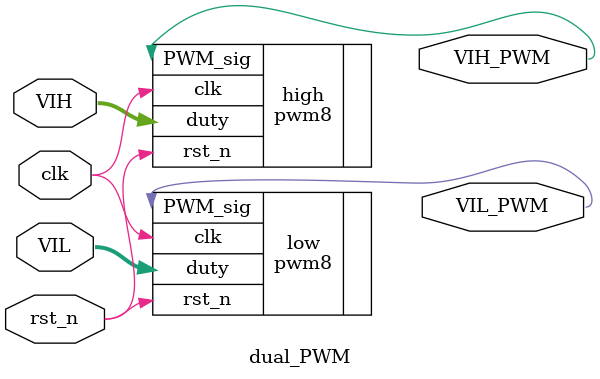
<source format=v>
module dual_PWM(clk, rst_n, VIL, VIH, VIL_PWM, VIH_PWM);

input clk, rst_n;
input[7:0] VIL, VIH;
output VIL_PWM, VIH_PWM;

pwm8 high(.clk(clk), .rst_n(rst_n), .duty(VIH), .PWM_sig(VIH_PWM));
pwm8 low (.clk(clk), .rst_n(rst_n), .duty(VIL), .PWM_sig(VIL_PWM));

endmodule

</source>
